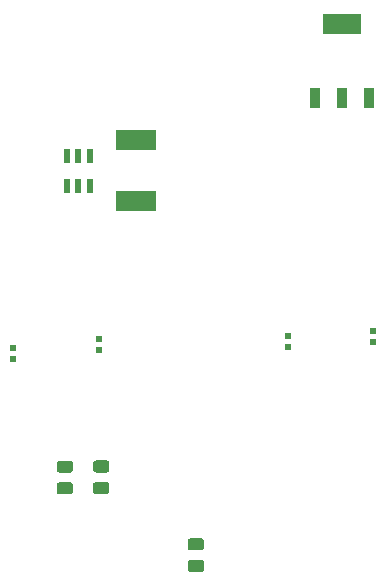
<source format=gbr>
%TF.GenerationSoftware,KiCad,Pcbnew,(5.1.9)-1*%
%TF.CreationDate,2021-10-18T22:43:19-04:00*%
%TF.ProjectId,ECE477_motorcontroller,45434534-3737-45f6-9d6f-746f72636f6e,rev?*%
%TF.SameCoordinates,Original*%
%TF.FileFunction,Paste,Bot*%
%TF.FilePolarity,Positive*%
%FSLAX46Y46*%
G04 Gerber Fmt 4.6, Leading zero omitted, Abs format (unit mm)*
G04 Created by KiCad (PCBNEW (5.1.9)-1) date 2021-10-18 22:43:19*
%MOMM*%
%LPD*%
G01*
G04 APERTURE LIST*
%ADD10R,3.200000X1.750000*%
%ADD11R,0.950000X1.750000*%
%ADD12R,3.400000X1.800000*%
%ADD13R,0.600000X1.250000*%
%ADD14R,0.620000X0.600000*%
G04 APERTURE END LIST*
%TO.C,R13*%
G36*
G01*
X142800002Y-86250000D02*
X141899998Y-86250000D01*
G75*
G02*
X141650000Y-86000002I0J249998D01*
G01*
X141650000Y-85474998D01*
G75*
G02*
X141899998Y-85225000I249998J0D01*
G01*
X142800002Y-85225000D01*
G75*
G02*
X143050000Y-85474998I0J-249998D01*
G01*
X143050000Y-86000002D01*
G75*
G02*
X142800002Y-86250000I-249998J0D01*
G01*
G37*
G36*
G01*
X142800002Y-88075000D02*
X141899998Y-88075000D01*
G75*
G02*
X141650000Y-87825002I0J249998D01*
G01*
X141650000Y-87299998D01*
G75*
G02*
X141899998Y-87050000I249998J0D01*
G01*
X142800002Y-87050000D01*
G75*
G02*
X143050000Y-87299998I0J-249998D01*
G01*
X143050000Y-87825002D01*
G75*
G02*
X142800002Y-88075000I-249998J0D01*
G01*
G37*
%TD*%
%TO.C,R2*%
G36*
G01*
X131700002Y-79675000D02*
X130799998Y-79675000D01*
G75*
G02*
X130550000Y-79425002I0J249998D01*
G01*
X130550000Y-78899998D01*
G75*
G02*
X130799998Y-78650000I249998J0D01*
G01*
X131700002Y-78650000D01*
G75*
G02*
X131950000Y-78899998I0J-249998D01*
G01*
X131950000Y-79425002D01*
G75*
G02*
X131700002Y-79675000I-249998J0D01*
G01*
G37*
G36*
G01*
X131700002Y-81500000D02*
X130799998Y-81500000D01*
G75*
G02*
X130550000Y-81250002I0J249998D01*
G01*
X130550000Y-80724998D01*
G75*
G02*
X130799998Y-80475000I249998J0D01*
G01*
X131700002Y-80475000D01*
G75*
G02*
X131950000Y-80724998I0J-249998D01*
G01*
X131950000Y-81250002D01*
G75*
G02*
X131700002Y-81500000I-249998J0D01*
G01*
G37*
%TD*%
%TO.C,R1*%
G36*
G01*
X134775002Y-79650000D02*
X133874998Y-79650000D01*
G75*
G02*
X133625000Y-79400002I0J249998D01*
G01*
X133625000Y-78874998D01*
G75*
G02*
X133874998Y-78625000I249998J0D01*
G01*
X134775002Y-78625000D01*
G75*
G02*
X135025000Y-78874998I0J-249998D01*
G01*
X135025000Y-79400002D01*
G75*
G02*
X134775002Y-79650000I-249998J0D01*
G01*
G37*
G36*
G01*
X134775002Y-81475000D02*
X133874998Y-81475000D01*
G75*
G02*
X133625000Y-81225002I0J249998D01*
G01*
X133625000Y-80699998D01*
G75*
G02*
X133874998Y-80450000I249998J0D01*
G01*
X134775002Y-80450000D01*
G75*
G02*
X135025000Y-80699998I0J-249998D01*
G01*
X135025000Y-81225002D01*
G75*
G02*
X134775002Y-81475000I-249998J0D01*
G01*
G37*
%TD*%
D10*
%TO.C,IC6*%
X154700000Y-41650000D03*
D11*
X152400000Y-47950000D03*
X154700000Y-47950000D03*
X157000000Y-47950000D03*
%TD*%
D12*
%TO.C,Rsense1*%
X137250000Y-56700000D03*
X137250000Y-51500000D03*
%TD*%
D13*
%TO.C,IC5*%
X131450000Y-52850000D03*
X132400000Y-52850000D03*
X133350000Y-52850000D03*
X133350000Y-55350000D03*
X132400000Y-55350000D03*
X131450000Y-55350000D03*
%TD*%
D14*
%TO.C,C5*%
X157300000Y-68585000D03*
X157300000Y-67665000D03*
%TD*%
%TO.C,C10*%
X150114000Y-69040000D03*
X150114000Y-68120000D03*
%TD*%
%TO.C,C6*%
X134112000Y-69246000D03*
X134112000Y-68326000D03*
%TD*%
%TO.C,C4*%
X126848000Y-70038000D03*
X126848000Y-69118000D03*
%TD*%
M02*

</source>
